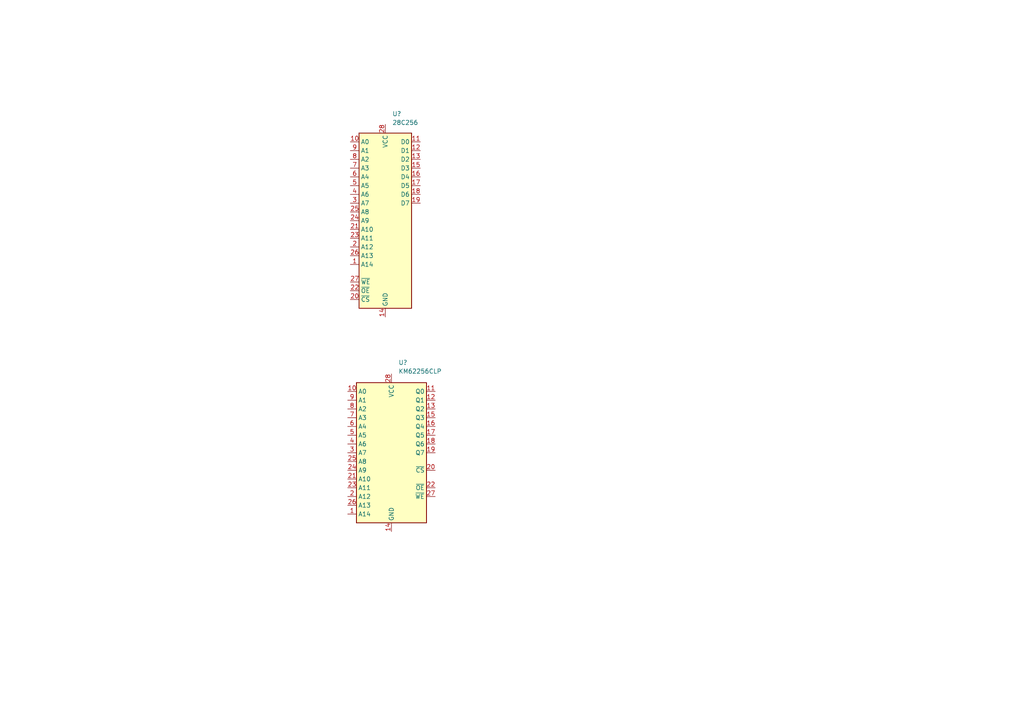
<source format=kicad_sch>
(kicad_sch (version 20211123) (generator eeschema)
  (paper "A4")
  (lib_symbols
    (symbol "Memory_EEPROM:28C256"
      (property "Reference" "U" (at -7.62 26.67 0))
      (property "Value" "28C256" (at 2.54 -26.67 0))
      (symbol "28C256_1_1"
        (rectangle (start -7.62 25.4) (end 7.62 -25.4) (stroke (width 0.254)) (fill (type background)))
        (pin input line (at -10.16 -12.7 0) (length 2.54) (name "A14") (number "1"))
        (pin input line (at -10.16 22.86 0) (length 2.54) (name "A0") (number "10"))
        (pin tri_state line (at 10.16 22.86 180) (length 2.54) (name "D0") (number "11"))
        (pin tri_state line (at 10.16 20.32 180) (length 2.54) (name "D1") (number "12"))
        (pin tri_state line (at 10.16 17.78 180) (length 2.54) (name "D2") (number "13"))
        (pin power_in line (at 0 -27.94 90) (length 2.54) (name "GND") (number "14"))
        (pin tri_state line (at 10.16 15.24 180) (length 2.54) (name "D3") (number "15"))
        (pin tri_state line (at 10.16 12.7 180) (length 2.54) (name "D4") (number "16"))
        (pin tri_state line (at 10.16 10.16 180) (length 2.54) (name "D5") (number "17"))
        (pin tri_state line (at 10.16 7.62 180) (length 2.54) (name "D6") (number "18"))
        (pin tri_state line (at 10.16 5.08 180) (length 2.54) (name "D7") (number "19"))
        (pin input line (at -10.16 -7.62 0) (length 2.54) (name "A12") (number "2"))
        (pin input line (at -10.16 -22.86 0) (length 2.54) (name "~{CS}") (number "20"))
        (pin input line (at -10.16 -2.54 0) (length 2.54) (name "A10") (number "21"))
        (pin input line (at -10.16 -20.32 0) (length 2.54) (name "~{OE}") (number "22"))
        (pin input line (at -10.16 -5.08 0) (length 2.54) (name "A11") (number "23"))
        (pin input line (at -10.16 0 0) (length 2.54) (name "A9") (number "24"))
        (pin input line (at -10.16 2.54 0) (length 2.54) (name "A8") (number "25"))
        (pin input line (at -10.16 -10.16 0) (length 2.54) (name "A13") (number "26"))
        (pin input line (at -10.16 -17.78 0) (length 2.54) (name "~{WE}") (number "27"))
        (pin power_in line (at 0 27.94 270) (length 2.54) (name "VCC") (number "28"))
        (pin input line (at -10.16 5.08 0) (length 2.54) (name "A7") (number "3"))
        (pin input line (at -10.16 7.62 0) (length 2.54) (name "A6") (number "4"))
        (pin input line (at -10.16 10.16 0) (length 2.54) (name "A5") (number "5"))
        (pin input line (at -10.16 12.7 0) (length 2.54) (name "A4") (number "6"))
        (pin input line (at -10.16 15.24 0) (length 2.54) (name "A3") (number "7"))
        (pin input line (at -10.16 17.78 0) (length 2.54) (name "A2") (number "8"))
        (pin input line (at -10.16 20.32 0) (length 2.54) (name "A1") (number "9"))
      )
    )
    (symbol "Memory_RAM:KM62256CLP"
      (property "Reference" "U" (at -10.16 20.955 0))
      (property "Value" "KM62256CLP" (at 2.54 20.955 0))
      (symbol "KM62256CLP_0_0"
        (pin power_in line (at 0 -22.86 90) (length 2.54) (name "GND") (number "14"))
        (pin power_in line (at 0 22.86 270) (length 2.54) (name "VCC") (number "28"))
      )
      (symbol "KM62256CLP_0_1"
        (rectangle (start -10.16 20.32) (end 10.16 -20.32) (stroke (width 0.254)) (fill (type background)))
      )
      (symbol "KM62256CLP_1_1"
        (pin input line (at -12.7 -17.78 0) (length 2.54) (name "A14") (number "1"))
        (pin input line (at -12.7 17.78 0) (length 2.54) (name "A0") (number "10"))
        (pin tri_state line (at 12.7 17.78 180) (length 2.54) (name "Q0") (number "11"))
        (pin tri_state line (at 12.7 15.24 180) (length 2.54) (name "Q1") (number "12"))
        (pin tri_state line (at 12.7 12.7 180) (length 2.54) (name "Q2") (number "13"))
        (pin tri_state line (at 12.7 10.16 180) (length 2.54) (name "Q3") (number "15"))
        (pin tri_state line (at 12.7 7.62 180) (length 2.54) (name "Q4") (number "16"))
        (pin tri_state line (at 12.7 5.08 180) (length 2.54) (name "Q5") (number "17"))
        (pin tri_state line (at 12.7 2.54 180) (length 2.54) (name "Q6") (number "18"))
        (pin tri_state line (at 12.7 0 180) (length 2.54) (name "Q7") (number "19"))
        (pin input line (at -12.7 -12.7 0) (length 2.54) (name "A12") (number "2"))
        (pin input line (at 12.7 -5.08 180) (length 2.54) (name "~{CS}") (number "20"))
        (pin input line (at -12.7 -7.62 0) (length 2.54) (name "A10") (number "21"))
        (pin input line (at 12.7 -10.16 180) (length 2.54) (name "~{OE}") (number "22"))
        (pin input line (at -12.7 -10.16 0) (length 2.54) (name "A11") (number "23"))
        (pin input line (at -12.7 -5.08 0) (length 2.54) (name "A9") (number "24"))
        (pin input line (at -12.7 -2.54 0) (length 2.54) (name "A8") (number "25"))
        (pin input line (at -12.7 -15.24 0) (length 2.54) (name "A13") (number "26"))
        (pin input line (at 12.7 -12.7 180) (length 2.54) (name "~{WE}") (number "27"))
        (pin input line (at -12.7 0 0) (length 2.54) (name "A7") (number "3"))
        (pin input line (at -12.7 2.54 0) (length 2.54) (name "A6") (number "4"))
        (pin input line (at -12.7 5.08 0) (length 2.54) (name "A5") (number "5"))
        (pin input line (at -12.7 7.62 0) (length 2.54) (name "A4") (number "6"))
        (pin input line (at -12.7 10.16 0) (length 2.54) (name "A3") (number "7"))
        (pin input line (at -12.7 12.7 0) (length 2.54) (name "A2") (number "8"))
        (pin input line (at -12.7 15.24 0) (length 2.54) (name "A1") (number "9"))
      )
    )
  )
  (symbol (lib_id "Memory_RAM:KM62256CLP") (at 113.538 131.318 0) (unit 1)
    (property "Reference" "U?" (at 115.5574 105.156 0) (effects (justify left)))
    (property "Value" "KM62256CLP" (at 115.5574 107.696 0) (effects (justify left)))
    (property "Footprint" "Package_DIP:DIP-28_W15.24mm" (effects hide))
    (property "Datasheet" "https://www.futurlec.com/Datasheet/Memory/62256.pdf" (effects hide))
  )
  (symbol (lib_id "Memory_EEPROM:28C256") (at 111.76 64.008 0) (unit 1)
    (property "Reference" "U?" (at 113.7794 33.02 0) (effects (justify left)))
    (property "Value" "28C256" (at 113.7794 35.56 0) (effects (justify left)))
    (property "Datasheet" "http://ww1.microchip.com/downloads/en/DeviceDoc/doc0006.pdf" (effects hide))
  )
)
</source>
